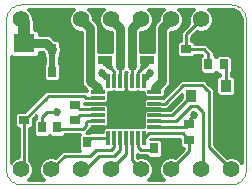
<source format=gtl>
G75*
G70*
%OFA0B0*%
%FSLAX24Y24*%
%IPPOS*%
%LPD*%
%AMOC8*
5,1,8,0,0,1.08239X$1,22.5*
%
%ADD10C,0.0000*%
%ADD11R,0.0453X0.0118*%
%ADD12R,0.0118X0.0453*%
%ADD13R,0.1240X0.1240*%
%ADD14C,0.0560*%
%ADD15R,0.0354X0.0276*%
%ADD16R,0.0276X0.0354*%
%ADD17R,0.0354X0.0394*%
%ADD18R,0.0354X0.0433*%
%ADD19R,0.0472X0.0315*%
%ADD20R,0.0709X0.0630*%
%ADD21C,0.0200*%
%ADD22C,0.0100*%
%ADD23C,0.0300*%
%ADD24C,0.0400*%
%ADD25C,0.0270*%
%ADD26C,0.0450*%
D10*
X000663Y000150D02*
X007663Y000150D01*
X007707Y000152D01*
X007750Y000158D01*
X007792Y000167D01*
X007834Y000180D01*
X007874Y000197D01*
X007913Y000217D01*
X007950Y000240D01*
X007984Y000267D01*
X008017Y000296D01*
X008046Y000329D01*
X008073Y000363D01*
X008096Y000400D01*
X008116Y000439D01*
X008133Y000479D01*
X008146Y000521D01*
X008155Y000563D01*
X008161Y000606D01*
X008163Y000650D01*
X008163Y005650D01*
X008161Y005694D01*
X008155Y005737D01*
X008146Y005779D01*
X008133Y005821D01*
X008116Y005861D01*
X008096Y005900D01*
X008073Y005937D01*
X008046Y005971D01*
X008017Y006004D01*
X007984Y006033D01*
X007950Y006060D01*
X007913Y006083D01*
X007874Y006103D01*
X007834Y006120D01*
X007792Y006133D01*
X007750Y006142D01*
X007707Y006148D01*
X007663Y006150D01*
X000663Y006150D01*
X000619Y006148D01*
X000576Y006142D01*
X000534Y006133D01*
X000492Y006120D01*
X000452Y006103D01*
X000413Y006083D01*
X000376Y006060D01*
X000342Y006033D01*
X000309Y006004D01*
X000280Y005971D01*
X000253Y005937D01*
X000230Y005900D01*
X000210Y005861D01*
X000193Y005821D01*
X000180Y005779D01*
X000171Y005737D01*
X000165Y005694D01*
X000163Y005650D01*
X000163Y000650D01*
X000163Y005650D01*
X000163Y000650D02*
X000165Y000606D01*
X000171Y000563D01*
X000180Y000521D01*
X000193Y000479D01*
X000210Y000439D01*
X000230Y000400D01*
X000253Y000363D01*
X000280Y000329D01*
X000309Y000296D01*
X000342Y000267D01*
X000376Y000240D01*
X000413Y000217D01*
X000452Y000197D01*
X000492Y000180D01*
X000534Y000167D01*
X000576Y000158D01*
X000619Y000152D01*
X000663Y000150D01*
D11*
X003218Y002059D03*
X003218Y002256D03*
X003218Y002453D03*
X003218Y002650D03*
X003218Y002847D03*
X003218Y003044D03*
X003218Y003241D03*
X005108Y003241D03*
X005108Y003044D03*
X005108Y002847D03*
X005108Y002650D03*
X005108Y002453D03*
X005108Y002256D03*
X005108Y002059D03*
D12*
X004754Y001705D03*
X004557Y001705D03*
X004360Y001705D03*
X004163Y001705D03*
X003966Y001705D03*
X003770Y001705D03*
X003573Y001705D03*
X003573Y003595D03*
X003770Y003595D03*
X003966Y003595D03*
X004163Y003595D03*
X004360Y003595D03*
X004557Y003595D03*
X004754Y003595D03*
D13*
X004163Y002650D03*
D14*
X003663Y000650D03*
X002663Y000650D03*
X001663Y000650D03*
X000663Y000650D03*
X004663Y000650D03*
X005663Y000650D03*
X006663Y000650D03*
X007663Y000650D03*
X007663Y005650D03*
X006663Y005650D03*
X005663Y005650D03*
X004663Y005650D03*
X003663Y005650D03*
X002663Y005650D03*
X001663Y005650D03*
X000663Y005650D03*
D15*
X000763Y002806D03*
X000763Y002294D03*
X002463Y002294D03*
X002463Y002806D03*
X006163Y004144D03*
X006163Y004656D03*
X006263Y002156D03*
X006263Y001644D03*
D16*
X005619Y001350D03*
X005107Y001350D03*
X002869Y001550D03*
X002357Y001550D03*
X001869Y002050D03*
X001357Y002050D03*
X001707Y003900D03*
X002219Y003900D03*
X002219Y004650D03*
X001707Y004650D03*
X006907Y004150D03*
X007419Y004150D03*
D17*
X007484Y003435D03*
X007484Y002765D03*
D18*
X006342Y003100D03*
D19*
X004863Y004296D03*
X004863Y005004D03*
X003463Y005004D03*
X003463Y004296D03*
D20*
X000763Y003749D03*
X000763Y004851D03*
D21*
X001707Y004650D02*
X001707Y003900D01*
X001713Y003894D01*
X003363Y003850D02*
X003513Y003700D01*
X003613Y004050D02*
X003463Y004200D01*
X003463Y004296D01*
X004713Y004050D02*
X004863Y004200D01*
X004863Y004296D01*
X004963Y003850D02*
X004813Y003700D01*
D22*
X004759Y003600D01*
X004754Y003595D01*
X004557Y003595D02*
X004557Y003894D01*
X004713Y004050D01*
X004360Y004047D02*
X004363Y004100D01*
X004360Y004047D02*
X004360Y003595D01*
X004171Y003598D02*
X004156Y003598D01*
X004156Y003696D02*
X004171Y003696D01*
X004171Y003795D02*
X004156Y003795D01*
X004156Y003875D02*
X004146Y003884D01*
X004146Y003887D01*
X004163Y003904D01*
X004180Y003887D01*
X004180Y003884D01*
X004171Y003875D01*
X004171Y003315D01*
X004247Y003239D01*
X004752Y003239D01*
X004752Y003128D01*
X004828Y003051D01*
X005388Y003051D01*
X005465Y003128D01*
X005465Y003305D01*
X005601Y003441D01*
X005643Y003544D01*
X005643Y005234D01*
X005649Y005240D01*
X005745Y005240D01*
X005896Y005302D01*
X006011Y005418D01*
X006073Y005568D01*
X006254Y005568D01*
X006253Y005568D02*
X006275Y005516D01*
X005983Y005225D01*
X005983Y004924D01*
X005932Y004924D01*
X005856Y004848D01*
X005856Y004464D01*
X005932Y004388D01*
X006394Y004388D01*
X006470Y004464D01*
X006470Y004470D01*
X006689Y004470D01*
X006709Y004450D01*
X006640Y004381D01*
X006640Y003919D01*
X006716Y003843D01*
X007099Y003843D01*
X007163Y003907D01*
X007228Y003843D01*
X007304Y003843D01*
X007304Y003761D01*
X007253Y003761D01*
X007177Y003685D01*
X007177Y003184D01*
X007253Y003108D01*
X007715Y003108D01*
X007791Y003184D01*
X007791Y003685D01*
X007715Y003761D01*
X007664Y003761D01*
X007664Y003896D01*
X007687Y003919D01*
X007687Y004381D01*
X007611Y004457D01*
X007228Y004457D01*
X007163Y004393D01*
X007099Y004457D01*
X007087Y004457D01*
X007087Y004580D01*
X006943Y004725D01*
X006838Y004830D01*
X006470Y004830D01*
X006470Y004848D01*
X006394Y004924D01*
X006343Y004924D01*
X006343Y005075D01*
X008013Y005075D01*
X008013Y004977D02*
X006343Y004977D01*
X006343Y005075D02*
X006530Y005262D01*
X006582Y005240D01*
X006745Y005240D01*
X006896Y005302D01*
X007011Y005418D01*
X007073Y005568D01*
X008013Y005568D01*
X008013Y005650D02*
X008013Y000876D01*
X008011Y000882D01*
X007896Y000998D01*
X007745Y001060D01*
X007582Y001060D01*
X007530Y001038D01*
X007093Y001475D01*
X007093Y003325D01*
X006988Y003430D01*
X006938Y003480D01*
X006838Y003580D01*
X006788Y003630D01*
X005989Y003630D01*
X005883Y003525D01*
X005392Y003033D01*
X005388Y003036D01*
X004828Y003036D01*
X004752Y002960D01*
X004752Y002734D01*
X004828Y002658D01*
X005388Y002658D01*
X005397Y002667D01*
X005535Y002667D01*
X006035Y003167D01*
X006035Y003047D01*
X005621Y002633D01*
X005397Y002633D01*
X005388Y002642D01*
X004828Y002642D01*
X004752Y002566D01*
X004752Y002061D01*
X003460Y002061D01*
X003384Y001985D01*
X003384Y001885D01*
X002950Y001885D01*
X002922Y001857D01*
X002825Y001857D01*
X002893Y001925D01*
X002993Y002025D01*
X002993Y002067D01*
X003499Y002067D01*
X003575Y002143D01*
X003575Y002763D01*
X003499Y002839D01*
X002938Y002839D01*
X002929Y002830D01*
X002770Y002830D01*
X002770Y002864D01*
X002929Y002864D01*
X002938Y002855D01*
X003499Y002855D01*
X003575Y002931D01*
X003575Y003239D01*
X004079Y003239D01*
X004156Y003315D01*
X004156Y003875D01*
X004152Y003893D02*
X004174Y003893D01*
X003966Y004047D02*
X003963Y004100D01*
X003966Y004047D02*
X003966Y003595D01*
X003770Y003595D02*
X003770Y003894D01*
X003613Y004050D01*
X003513Y003700D02*
X003568Y003600D01*
X003573Y003595D01*
X003213Y003350D02*
X003213Y003246D01*
X003218Y003241D01*
X003218Y003044D02*
X002820Y003044D01*
X002763Y003100D01*
X001569Y003100D01*
X001513Y003044D01*
X000763Y002294D01*
X000763Y000750D01*
X000663Y000650D01*
X000372Y000938D02*
X000313Y000938D01*
X000316Y000882D02*
X000313Y000876D01*
X000313Y004448D01*
X000355Y004406D01*
X001172Y004406D01*
X001248Y004482D01*
X001248Y004571D01*
X001390Y004571D01*
X001440Y004522D01*
X001440Y004419D01*
X001477Y004381D01*
X001477Y004169D01*
X001440Y004131D01*
X001440Y003669D01*
X001516Y003593D01*
X001899Y003593D01*
X001975Y003669D01*
X001975Y004131D01*
X001937Y004169D01*
X001937Y004381D01*
X001975Y004419D01*
X001975Y004565D01*
X001987Y004594D01*
X001987Y004706D01*
X001975Y004735D01*
X001975Y004881D01*
X001899Y004957D01*
X001796Y004957D01*
X001744Y005010D01*
X001665Y005089D01*
X001562Y005131D01*
X001248Y005131D01*
X001248Y005220D01*
X001172Y005296D01*
X001093Y005296D01*
X001093Y005616D01*
X001073Y005664D01*
X001073Y005732D01*
X001011Y005882D01*
X000896Y005998D01*
X000890Y006000D01*
X002437Y006000D01*
X002431Y005998D01*
X002316Y005882D01*
X002253Y005732D01*
X002253Y005568D01*
X002316Y005418D01*
X002431Y005302D01*
X002582Y005240D01*
X002677Y005240D01*
X002683Y005234D01*
X002683Y003544D01*
X002726Y003441D01*
X002862Y003305D01*
X002862Y003256D01*
X002838Y003280D01*
X001495Y003280D01*
X001333Y003118D01*
X000777Y002562D01*
X000532Y002562D01*
X000456Y002486D01*
X000456Y002102D01*
X000532Y002026D01*
X000583Y002026D01*
X000583Y001060D01*
X000582Y001060D01*
X000431Y000998D01*
X000316Y000882D01*
X000313Y001037D02*
X000525Y001037D01*
X000583Y001135D02*
X000313Y001135D01*
X000313Y001234D02*
X000583Y001234D01*
X000583Y001332D02*
X000313Y001332D01*
X000313Y001431D02*
X000583Y001431D01*
X000583Y001529D02*
X000313Y001529D01*
X000313Y001628D02*
X000583Y001628D01*
X000583Y001726D02*
X000313Y001726D01*
X000313Y001825D02*
X000583Y001825D01*
X000583Y001923D02*
X000313Y001923D01*
X000313Y002022D02*
X000583Y002022D01*
X000456Y002120D02*
X000313Y002120D01*
X000313Y002219D02*
X000456Y002219D01*
X000456Y002317D02*
X000313Y002317D01*
X000313Y002416D02*
X000456Y002416D01*
X000484Y002514D02*
X000313Y002514D01*
X000313Y002613D02*
X000827Y002613D01*
X000926Y002711D02*
X000313Y002711D01*
X000313Y002810D02*
X001024Y002810D01*
X001123Y002908D02*
X000313Y002908D01*
X000313Y003007D02*
X001221Y003007D01*
X001320Y003105D02*
X000313Y003105D01*
X000313Y003204D02*
X001418Y003204D01*
X001511Y003598D02*
X000313Y003598D01*
X000313Y003696D02*
X001440Y003696D01*
X001440Y003795D02*
X000313Y003795D01*
X000313Y003893D02*
X001440Y003893D01*
X001440Y003992D02*
X000313Y003992D01*
X000313Y004090D02*
X001440Y004090D01*
X001477Y004189D02*
X000313Y004189D01*
X000313Y004287D02*
X001477Y004287D01*
X001473Y004386D02*
X000313Y004386D01*
X001248Y004484D02*
X001440Y004484D01*
X001942Y004386D02*
X002683Y004386D01*
X002683Y004287D02*
X001937Y004287D01*
X001937Y004189D02*
X002683Y004189D01*
X002683Y004090D02*
X001975Y004090D01*
X001975Y003992D02*
X002683Y003992D01*
X002683Y003893D02*
X001975Y003893D01*
X001975Y003795D02*
X002683Y003795D01*
X002683Y003696D02*
X001975Y003696D01*
X001904Y003598D02*
X002683Y003598D01*
X002702Y003499D02*
X000313Y003499D01*
X000313Y003401D02*
X002767Y003401D01*
X002862Y003302D02*
X000313Y003302D01*
X001177Y002454D02*
X001177Y002357D01*
X001166Y002357D01*
X001090Y002281D01*
X001090Y001819D01*
X001166Y001743D01*
X001549Y001743D01*
X001613Y001807D01*
X001678Y001743D01*
X002061Y001743D01*
X002137Y001819D01*
X002137Y001820D01*
X002640Y001820D01*
X002601Y001781D01*
X002601Y001319D01*
X002640Y001280D01*
X002039Y001280D01*
X001797Y001038D01*
X001745Y001060D01*
X001582Y001060D01*
X001431Y000998D01*
X001316Y000882D01*
X001253Y000732D01*
X001253Y000568D01*
X001316Y000418D01*
X001431Y000302D01*
X001437Y000300D01*
X000890Y000300D01*
X000896Y000302D01*
X001011Y000418D01*
X001073Y000568D01*
X001073Y000732D01*
X001011Y000882D01*
X000943Y000950D01*
X000943Y002026D01*
X000994Y002026D01*
X001070Y002102D01*
X001070Y002347D01*
X001177Y002454D01*
X001177Y002416D02*
X001139Y002416D01*
X001126Y002317D02*
X001070Y002317D01*
X001070Y002219D02*
X001090Y002219D01*
X001090Y002120D02*
X001070Y002120D01*
X001090Y002022D02*
X000943Y002022D01*
X000943Y001923D02*
X001090Y001923D01*
X001090Y001825D02*
X000943Y001825D01*
X000943Y001726D02*
X002601Y001726D01*
X002601Y001628D02*
X000943Y001628D01*
X000943Y001529D02*
X002601Y001529D01*
X002601Y001431D02*
X000943Y001431D01*
X000943Y001332D02*
X002601Y001332D01*
X002869Y001550D02*
X003024Y001705D01*
X003573Y001705D01*
X003770Y001705D02*
X003770Y001406D01*
X003663Y001300D01*
X003163Y001300D01*
X002963Y001100D01*
X002113Y001100D01*
X001663Y000650D01*
X001372Y000938D02*
X000955Y000938D01*
X001029Y000840D02*
X001298Y000840D01*
X001257Y000741D02*
X001069Y000741D01*
X001073Y000643D02*
X001253Y000643D01*
X001263Y000544D02*
X001063Y000544D01*
X001022Y000446D02*
X001304Y000446D01*
X001387Y000347D02*
X000940Y000347D01*
X000943Y001037D02*
X001525Y001037D01*
X001894Y001135D02*
X000943Y001135D01*
X000943Y001234D02*
X001992Y001234D01*
X002663Y000650D02*
X002813Y000650D01*
X003263Y001100D01*
X003763Y001100D01*
X003963Y001300D01*
X003966Y001303D01*
X003966Y001705D01*
X004163Y001705D02*
X004163Y001150D01*
X003663Y000650D01*
X004360Y000953D02*
X004360Y001705D01*
X004557Y001705D02*
X004557Y001406D01*
X004663Y001300D01*
X005057Y001300D01*
X005107Y001350D01*
X005375Y001332D02*
X006083Y001332D01*
X006083Y001325D02*
X005883Y001125D01*
X005797Y001038D01*
X005745Y001060D01*
X005582Y001060D01*
X005431Y000998D01*
X005316Y000882D01*
X005253Y000732D01*
X005253Y000568D01*
X005316Y000418D01*
X005431Y000302D01*
X005437Y000300D01*
X004890Y000300D01*
X004896Y000302D01*
X005011Y000418D01*
X005073Y000568D01*
X005073Y000732D01*
X005011Y000882D01*
X004896Y000998D01*
X004745Y001060D01*
X004582Y001060D01*
X004540Y001043D01*
X004540Y001169D01*
X004589Y001120D01*
X004840Y001120D01*
X004840Y001119D01*
X004916Y001043D01*
X005299Y001043D01*
X005375Y001119D01*
X005375Y001581D01*
X005299Y001657D01*
X004975Y001657D01*
X004988Y001670D01*
X005956Y001670D01*
X005956Y001452D01*
X006032Y001376D01*
X006083Y001376D01*
X006083Y001325D01*
X005978Y001431D02*
X005375Y001431D01*
X005375Y001529D02*
X005956Y001529D01*
X005956Y001628D02*
X005329Y001628D01*
X004913Y001850D02*
X006057Y001850D01*
X006263Y001644D01*
X006263Y001250D01*
X006063Y001050D01*
X005663Y000650D01*
X005372Y000938D02*
X004955Y000938D01*
X005029Y000840D02*
X005298Y000840D01*
X005257Y000741D02*
X005069Y000741D01*
X005073Y000643D02*
X005253Y000643D01*
X005263Y000544D02*
X005063Y000544D01*
X005022Y000446D02*
X005304Y000446D01*
X005387Y000347D02*
X004940Y000347D01*
X004663Y000650D02*
X004360Y000953D01*
X004540Y001135D02*
X004574Y001135D01*
X004802Y001037D02*
X005525Y001037D01*
X005375Y001135D02*
X005894Y001135D01*
X005992Y001234D02*
X005375Y001234D01*
X004768Y001705D02*
X004913Y001850D01*
X004768Y001705D02*
X004754Y001705D01*
X005108Y002059D02*
X006167Y002059D01*
X006263Y002156D01*
X006263Y002300D01*
X006413Y002450D01*
X006263Y002700D02*
X006313Y002750D01*
X006513Y002750D01*
X006713Y002550D01*
X006713Y002500D01*
X006713Y000700D01*
X006663Y000650D01*
X007334Y001234D02*
X008013Y001234D01*
X008013Y001135D02*
X007433Y001135D01*
X007236Y001332D02*
X008013Y001332D01*
X008013Y001431D02*
X007137Y001431D01*
X007093Y001529D02*
X008013Y001529D01*
X008013Y001628D02*
X007093Y001628D01*
X007093Y001726D02*
X008013Y001726D01*
X008013Y001825D02*
X007093Y001825D01*
X007093Y001923D02*
X008013Y001923D01*
X008013Y002022D02*
X007093Y002022D01*
X007093Y002120D02*
X008013Y002120D01*
X008013Y002219D02*
X007093Y002219D01*
X007093Y002317D02*
X008013Y002317D01*
X008013Y002416D02*
X007093Y002416D01*
X007093Y002514D02*
X008013Y002514D01*
X008013Y002613D02*
X007093Y002613D01*
X007093Y002711D02*
X008013Y002711D01*
X008013Y002810D02*
X007093Y002810D01*
X007093Y002908D02*
X008013Y002908D01*
X008013Y003007D02*
X007093Y003007D01*
X007093Y003105D02*
X008013Y003105D01*
X008013Y003204D02*
X007791Y003204D01*
X007791Y003302D02*
X008013Y003302D01*
X008013Y003401D02*
X007791Y003401D01*
X007791Y003499D02*
X008013Y003499D01*
X008013Y003598D02*
X007791Y003598D01*
X007781Y003696D02*
X008013Y003696D01*
X008013Y003795D02*
X007664Y003795D01*
X007664Y003893D02*
X008013Y003893D01*
X008013Y003992D02*
X007687Y003992D01*
X007687Y004090D02*
X008013Y004090D01*
X008013Y004189D02*
X007687Y004189D01*
X007687Y004287D02*
X008013Y004287D01*
X008013Y004386D02*
X007683Y004386D01*
X008013Y004484D02*
X007087Y004484D01*
X007085Y004583D02*
X008013Y004583D01*
X008013Y004681D02*
X006987Y004681D01*
X006888Y004780D02*
X008013Y004780D01*
X008013Y004878D02*
X006440Y004878D01*
X006163Y004656D02*
X006169Y004650D01*
X006763Y004650D01*
X006907Y004506D01*
X006907Y004150D01*
X006640Y004189D02*
X005643Y004189D01*
X005643Y004287D02*
X006640Y004287D01*
X006644Y004386D02*
X005643Y004386D01*
X005643Y004484D02*
X005856Y004484D01*
X005856Y004583D02*
X005643Y004583D01*
X005643Y004681D02*
X005856Y004681D01*
X005856Y004780D02*
X005643Y004780D01*
X005643Y004878D02*
X005887Y004878D01*
X005983Y004977D02*
X005643Y004977D01*
X005643Y005075D02*
X005983Y005075D01*
X005983Y005174D02*
X005643Y005174D01*
X005822Y005272D02*
X006031Y005272D01*
X005964Y005371D02*
X006129Y005371D01*
X006032Y005469D02*
X006228Y005469D01*
X006253Y005568D02*
X006253Y005732D01*
X006316Y005882D01*
X006431Y005998D01*
X006437Y006000D01*
X005890Y006000D01*
X005896Y005998D01*
X006011Y005882D01*
X006073Y005732D01*
X006073Y005568D01*
X006073Y005666D02*
X006253Y005666D01*
X006267Y005765D02*
X006060Y005765D01*
X006019Y005863D02*
X006308Y005863D01*
X006395Y005962D02*
X005932Y005962D01*
X005437Y006000D02*
X005431Y005998D01*
X005316Y005882D01*
X005253Y005732D01*
X005253Y005636D01*
X005205Y005587D01*
X005126Y005509D01*
X005083Y005406D01*
X005083Y004583D01*
X004643Y004583D01*
X004643Y005234D01*
X004649Y005240D01*
X004745Y005240D01*
X004896Y005302D01*
X005011Y005418D01*
X005073Y005568D01*
X005185Y005568D01*
X005073Y005568D02*
X005073Y005732D01*
X005011Y005882D01*
X004896Y005998D01*
X004890Y006000D01*
X005437Y006000D01*
X005395Y005962D02*
X004932Y005962D01*
X005019Y005863D02*
X005308Y005863D01*
X005267Y005765D02*
X005060Y005765D01*
X005073Y005666D02*
X005253Y005666D01*
X005110Y005469D02*
X005032Y005469D01*
X005083Y005371D02*
X004964Y005371D01*
X005083Y005272D02*
X004822Y005272D01*
X004643Y005174D02*
X005083Y005174D01*
X005083Y005075D02*
X004643Y005075D01*
X004643Y004977D02*
X005083Y004977D01*
X005083Y004878D02*
X004643Y004878D01*
X004643Y004780D02*
X005083Y004780D01*
X005083Y004681D02*
X004643Y004681D01*
X003683Y004681D02*
X003243Y004681D01*
X003243Y004780D02*
X003683Y004780D01*
X003683Y004878D02*
X003243Y004878D01*
X003243Y004977D02*
X003683Y004977D01*
X003683Y005075D02*
X003243Y005075D01*
X003243Y005174D02*
X003683Y005174D01*
X003683Y005234D02*
X003683Y004583D01*
X003243Y004583D01*
X003243Y005406D01*
X003201Y005509D01*
X003122Y005587D01*
X003073Y005636D01*
X003073Y005732D01*
X003011Y005882D01*
X002896Y005998D01*
X002890Y006000D01*
X003437Y006000D01*
X003431Y005998D01*
X003316Y005882D01*
X003253Y005732D01*
X003253Y005568D01*
X003316Y005418D01*
X003431Y005302D01*
X003582Y005240D01*
X003677Y005240D01*
X003683Y005234D01*
X003504Y005272D02*
X003243Y005272D01*
X003243Y005371D02*
X003363Y005371D01*
X003295Y005469D02*
X003217Y005469D01*
X003254Y005568D02*
X003142Y005568D01*
X003073Y005666D02*
X003253Y005666D01*
X003267Y005765D02*
X003060Y005765D01*
X003019Y005863D02*
X003308Y005863D01*
X003395Y005962D02*
X002932Y005962D01*
X002395Y005962D02*
X000932Y005962D01*
X001019Y005863D02*
X002308Y005863D01*
X002267Y005765D02*
X001060Y005765D01*
X001073Y005666D02*
X002253Y005666D01*
X002254Y005568D02*
X001093Y005568D01*
X001093Y005469D02*
X002295Y005469D01*
X002363Y005371D02*
X001093Y005371D01*
X001196Y005272D02*
X002504Y005272D01*
X002683Y005174D02*
X001248Y005174D01*
X001678Y005075D02*
X002683Y005075D01*
X002683Y004977D02*
X001777Y004977D01*
X001744Y005010D02*
X001744Y005010D01*
X001975Y004878D02*
X002683Y004878D01*
X002683Y004780D02*
X001975Y004780D01*
X001987Y004681D02*
X002683Y004681D01*
X002683Y004583D02*
X001983Y004583D01*
X001975Y004484D02*
X002683Y004484D01*
X004156Y003499D02*
X004171Y003499D01*
X004171Y003401D02*
X004156Y003401D01*
X004143Y003302D02*
X004184Y003302D01*
X004752Y003204D02*
X003575Y003204D01*
X003575Y003105D02*
X004774Y003105D01*
X004799Y003007D02*
X003575Y003007D01*
X003552Y002908D02*
X004752Y002908D01*
X004752Y002810D02*
X003528Y002810D01*
X003566Y002847D02*
X003218Y002847D01*
X003218Y002650D02*
X002619Y002650D01*
X002463Y002806D01*
X002619Y002450D02*
X002463Y002294D01*
X002619Y002450D02*
X002863Y002450D01*
X002866Y002453D01*
X003218Y002453D01*
X003218Y002256D02*
X002870Y002256D01*
X002813Y002200D01*
X002813Y002100D01*
X002713Y002000D01*
X001919Y002000D01*
X001869Y002050D01*
X001357Y002050D02*
X001357Y002394D01*
X001513Y002550D01*
X001863Y002550D01*
X002891Y001923D02*
X003384Y001923D01*
X003420Y002022D02*
X002989Y002022D01*
X003551Y002120D02*
X004752Y002120D01*
X004752Y002219D02*
X003575Y002219D01*
X003575Y002317D02*
X004752Y002317D01*
X004752Y002416D02*
X003575Y002416D01*
X003575Y002514D02*
X004752Y002514D01*
X004798Y002613D02*
X003575Y002613D01*
X003763Y002650D02*
X003761Y002676D01*
X003756Y002701D01*
X003748Y002725D01*
X003737Y002749D01*
X003722Y002770D01*
X003705Y002789D01*
X003686Y002806D01*
X003665Y002821D01*
X003641Y002832D01*
X003617Y002840D01*
X003592Y002845D01*
X003566Y002847D01*
X003575Y002711D02*
X004775Y002711D01*
X005108Y002847D02*
X005460Y002847D01*
X006063Y003450D01*
X006713Y003450D01*
X006763Y003400D01*
X006863Y003300D01*
X006913Y003250D01*
X006913Y001400D01*
X007663Y000650D01*
X007955Y000938D02*
X008013Y000938D01*
X008013Y001037D02*
X007802Y001037D01*
X006263Y002700D02*
X005820Y002256D01*
X005108Y002256D01*
X005108Y002453D02*
X005696Y002453D01*
X006342Y003100D01*
X006035Y003105D02*
X005973Y003105D01*
X005994Y003007D02*
X005874Y003007D01*
X005896Y002908D02*
X005776Y002908D01*
X005797Y002810D02*
X005677Y002810D01*
X005699Y002711D02*
X005579Y002711D01*
X005464Y003105D02*
X005442Y003105D01*
X005465Y003204D02*
X005562Y003204D01*
X005465Y003302D02*
X005661Y003302D01*
X005759Y003401D02*
X005560Y003401D01*
X005625Y003499D02*
X005858Y003499D01*
X005956Y003598D02*
X005643Y003598D01*
X005643Y003696D02*
X007188Y003696D01*
X007177Y003598D02*
X006820Y003598D01*
X006919Y003499D02*
X007177Y003499D01*
X007177Y003401D02*
X007017Y003401D01*
X007093Y003302D02*
X007177Y003302D01*
X007177Y003204D02*
X007093Y003204D01*
X007484Y003435D02*
X007484Y004085D01*
X007419Y004150D01*
X007177Y003893D02*
X007149Y003893D01*
X007304Y003795D02*
X005643Y003795D01*
X005643Y003893D02*
X006666Y003893D01*
X006640Y003992D02*
X005643Y003992D01*
X005643Y004090D02*
X006640Y004090D01*
X006163Y004656D02*
X006163Y005150D01*
X006663Y005650D01*
X006964Y005371D02*
X008013Y005371D01*
X008013Y005469D02*
X007032Y005469D01*
X007073Y005568D02*
X007073Y005732D01*
X007011Y005882D01*
X006896Y005998D01*
X006890Y006000D01*
X007663Y006000D01*
X007732Y005993D01*
X007858Y005941D01*
X007954Y005844D01*
X008007Y005718D01*
X008013Y005650D01*
X008012Y005666D02*
X007073Y005666D01*
X007060Y005765D02*
X007987Y005765D01*
X007936Y005863D02*
X007019Y005863D01*
X006932Y005962D02*
X007808Y005962D01*
X008013Y005272D02*
X006822Y005272D01*
X006441Y005174D02*
X008013Y005174D01*
X005113Y003350D02*
X005113Y003246D01*
X005108Y003241D01*
D23*
X005113Y003350D02*
X005363Y003600D01*
X005363Y005350D01*
X005663Y005650D01*
X004663Y005650D02*
X004363Y005350D01*
X004363Y004100D01*
X003963Y004100D02*
X003963Y005350D01*
X003663Y005650D01*
X002963Y005350D02*
X002963Y003600D01*
X003213Y003350D01*
X001707Y004650D02*
X001506Y004851D01*
X000763Y004851D01*
X002663Y005650D02*
X002963Y005350D01*
D24*
X000763Y005550D02*
X000763Y004851D01*
X000763Y005550D02*
X000663Y005650D01*
D25*
X003363Y003850D03*
X003463Y004700D03*
X004863Y004700D03*
X004963Y003850D03*
X006413Y002450D03*
X005913Y001350D03*
X001863Y002550D03*
X001163Y001550D03*
X001163Y001150D03*
D26*
X003763Y002250D03*
X004163Y002250D03*
X004563Y002250D03*
X004563Y002650D03*
X004163Y002650D03*
X003763Y002650D03*
X003763Y003050D03*
X004163Y003050D03*
X004563Y003050D03*
M02*

</source>
